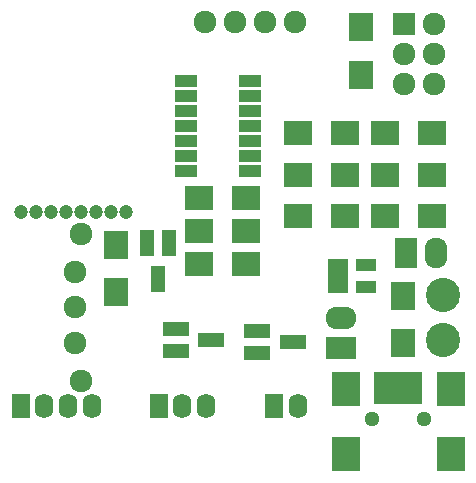
<source format=gts>
G04 #@! TF.FileFunction,Soldermask,Top*
%FSLAX46Y46*%
G04 Gerber Fmt 4.6, Leading zero omitted, Abs format (unit mm)*
G04 Created by KiCad (PCBNEW 0.201512031508+6343~38~ubuntu14.04.1-stable) date Do 07 Jan 2016 08:44:42 CET*
%MOMM*%
G01*
G04 APERTURE LIST*
%ADD10C,0.150000*%
%ADD11R,2.400000X2.100000*%
%ADD12R,2.100000X2.400000*%
%ADD13R,1.900000X1.000000*%
%ADD14R,2.200860X1.200100*%
%ADD15R,1.200100X2.200860*%
%ADD16C,1.200000*%
%ADD17R,0.900380X2.701240*%
%ADD18R,2.398980X2.899360*%
%ADD19C,1.299160*%
%ADD20R,1.700000X1.050000*%
%ADD21C,1.924000*%
%ADD22R,1.924000X1.924000*%
%ADD23C,2.899360*%
%ADD24R,1.598880X2.099260*%
%ADD25O,1.598880X2.099260*%
%ADD26R,1.924000X2.599640*%
%ADD27O,1.924000X2.599640*%
%ADD28R,2.599640X1.924000*%
%ADD29O,2.599640X1.924000*%
G04 APERTURE END LIST*
D10*
D11*
X25813000Y21590000D03*
X29813000Y21590000D03*
X21431000Y23114000D03*
X17431000Y23114000D03*
D12*
X10414000Y15145000D03*
X10414000Y19145000D03*
D11*
X37179000Y28575000D03*
X33179000Y28575000D03*
X33179000Y25019000D03*
X37179000Y25019000D03*
D13*
X21750000Y25400000D03*
X21750000Y26670000D03*
X21750000Y27940000D03*
X21750000Y29210000D03*
X21750000Y30480000D03*
X21750000Y31750000D03*
X21750000Y33020000D03*
X16350000Y33020000D03*
X16350000Y31750000D03*
X16350000Y30480000D03*
X16350000Y29210000D03*
X16350000Y27940000D03*
X16350000Y26670000D03*
X16350000Y25400000D03*
D14*
X15453360Y12062500D03*
X15453360Y10162500D03*
X18455640Y11112500D03*
X22374860Y11872000D03*
X22374860Y9972000D03*
X25377140Y10922000D03*
D11*
X25813000Y28575000D03*
X29813000Y28575000D03*
D12*
X34671000Y10827000D03*
X34671000Y14827000D03*
D11*
X29813000Y25019000D03*
X25813000Y25019000D03*
D12*
X31115000Y33560000D03*
X31115000Y37560000D03*
D15*
X14920000Y19281140D03*
X13020000Y19281140D03*
X13970000Y16278860D03*
D16*
X2380000Y21888000D03*
X3653500Y21898400D03*
X4923500Y21898400D03*
X6193500Y21898400D03*
X7463500Y21898400D03*
X8733500Y21898400D03*
X10003500Y21898400D03*
X11273500Y21898400D03*
D17*
X32689800Y7005320D03*
X33489900Y7005320D03*
X34290000Y7005320D03*
X35090100Y7005320D03*
X35890200Y7005320D03*
D18*
X29839920Y6906260D03*
X29839920Y1407160D03*
X38740080Y6906260D03*
X38740080Y1407160D03*
D19*
X32090360Y4406900D03*
X36489640Y4406900D03*
D11*
X33179000Y21590000D03*
X37179000Y21590000D03*
D20*
X29153000Y17460000D03*
X29153000Y16510000D03*
X29153000Y15560000D03*
X31553000Y15560000D03*
X31553000Y17460000D03*
D21*
X25527000Y37973000D03*
X22987000Y37973000D03*
X20447000Y37973000D03*
X17907000Y37973000D03*
D22*
X34798000Y37846000D03*
D21*
X37338000Y37846000D03*
X34798000Y35306000D03*
X37338000Y35306000D03*
X34798000Y32766000D03*
X37338000Y32766000D03*
D23*
X38100000Y14859000D03*
X38100000Y11049000D03*
D24*
X2334260Y5461000D03*
D25*
X4333240Y5461000D03*
X6334760Y5461000D03*
X8333740Y5461000D03*
D24*
X14003020Y5461000D03*
D25*
X16002000Y5461000D03*
X18000980Y5461000D03*
D24*
X23764240Y5461000D03*
D25*
X25765760Y5461000D03*
D11*
X17431000Y17526000D03*
X21431000Y17526000D03*
X21431000Y20320000D03*
X17431000Y20320000D03*
D26*
X34925000Y18415000D03*
D27*
X37465000Y18415000D03*
D28*
X29464000Y10414000D03*
D29*
X29464000Y12954000D03*
D21*
X6964000Y10843000D03*
X6964000Y13843000D03*
X6964000Y16843000D03*
X7464000Y7593000D03*
X7464000Y20093000D03*
M02*

</source>
